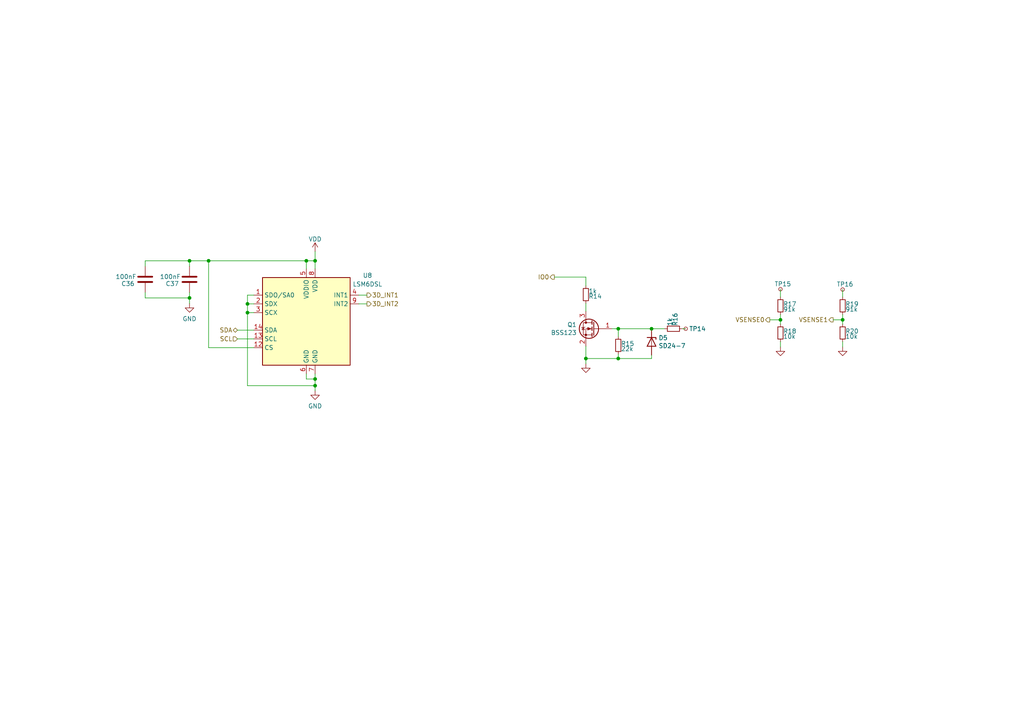
<source format=kicad_sch>
(kicad_sch (version 20211123) (generator eeschema)
  (paper "A4")
  (lib_symbols
    (symbol "Connector:TestPoint_Small" (pin_numbers hide) (pin_names (offset 0.762) hide)
      (property "Reference" "TP" (at 0 3.81 0))
      (property "Value" "TestPoint_Small" (at 0 2.032 0))
      (symbol "TestPoint_Small_0_1"
        (circle (center 0 0) (radius 0.508))
      )
      (symbol "TestPoint_Small_1_1"
        (pin passive line (at 0 0 90) (length 0) (name "1") (number "1"))
      )
    )
    (symbol "Device:C" (pin_numbers hide) (pin_names (offset 0.254))
      (property "Reference" "C" (at 0.635 2.54 0))
      (property "Value" "C" (at 0.635 -2.54 0))
      (symbol "C_0_1"
        (polyline (pts (xy -2.032 -0.762) (xy 2.032 -0.762)) (stroke (width 0.508)))
        (polyline (pts (xy -2.032 0.762) (xy 2.032 0.762)) (stroke (width 0.508)))
      )
      (symbol "C_1_1"
        (pin passive line (at 0 3.81 270) (length 2.794) (name "~") (number "1"))
        (pin passive line (at 0 -3.81 90) (length 2.794) (name "~") (number "2"))
      )
    )
    (symbol "Device:D_Zener" (pin_numbers hide) (pin_names (offset 1.016) hide)
      (property "Reference" "D" (at 0 2.54 0))
      (property "Value" "D_Zener" (at 0 -2.54 0))
      (symbol "D_Zener_0_1"
        (polyline (pts (xy 1.27 0) (xy -1.27 0)))
        (polyline (pts (xy -1.27 -1.27) (xy -1.27 1.27) (xy -0.762 1.27)) (stroke (width 0.254)))
        (polyline (pts (xy 1.27 -1.27) (xy 1.27 1.27) (xy -1.27 0) (xy 1.27 -1.27)) (stroke (width 0.254)))
      )
      (symbol "D_Zener_1_1"
        (pin passive line (at -3.81 0 0) (length 2.54) (name "K") (number "1"))
        (pin passive line (at 3.81 0 180) (length 2.54) (name "A") (number "2"))
      )
    )
    (symbol "Device:R_Small" (pin_numbers hide) (pin_names (offset 0.254) hide)
      (property "Reference" "R" (at 0.762 0.508 0))
      (property "Value" "R_Small" (at 0.762 -1.016 0))
      (symbol "R_Small_0_1"
        (rectangle (start -0.762 1.778) (end 0.762 -1.778) (stroke (width 0.2032)))
      )
      (symbol "R_Small_1_1"
        (pin passive line (at 0 2.54 270) (length 0.762) (name "~") (number "1"))
        (pin passive line (at 0 -2.54 90) (length 0.762) (name "~") (number "2"))
      )
    )
    (symbol "GND_1" (power) (pin_names (offset 0))
      (property "Value" "GND_1" (at 0 -3.81 0))
      (symbol "GND_1_0_1"
        (polyline (pts (xy 0 0) (xy 0 -1.27) (xy 1.27 -1.27) (xy 0 -2.54) (xy -1.27 -1.27) (xy 0 -1.27)))
      )
      (symbol "GND_1_1_1"
        (pin power_in line (at 0 0 270) (length 0) hide (name "GND") (number "1"))
      )
    )
    (symbol "Sensor_Motion:LSM6DSL"
      (property "Reference" "U" (at -11.43 15.24 0))
      (property "Value" "LSM6DSL" (at -11.43 12.7 0))
      (symbol "LSM6DSL_0_1"
        (rectangle (start -12.7 12.7) (end 12.7 -12.7) (stroke (width 0.254)) (fill (type background)))
      )
      (symbol "LSM6DSL_1_1"
        (pin bidirectional line (at -15.24 7.62 0) (length 2.54) (name "SDO/SA0") (number "1"))
        (pin no_connect line (at 12.7 -5.08 180) (length 3.81) hide (name "NC") (number "10"))
        (pin no_connect line (at 12.7 -2.54 180) (length 3.81) hide (name "NC") (number "11"))
        (pin input line (at -15.24 -7.62 0) (length 2.54) (name "CS") (number "12"))
        (pin input line (at -15.24 -5.08 0) (length 2.54) (name "SCL") (number "13"))
        (pin bidirectional line (at -15.24 -2.54 0) (length 2.54) (name "SDA") (number "14"))
        (pin bidirectional line (at -15.24 5.08 0) (length 2.54) (name "SDX") (number "2"))
        (pin input line (at -15.24 2.54 0) (length 2.54) (name "SCX") (number "3"))
        (pin output line (at 15.24 7.62 180) (length 2.54) (name "INT1") (number "4"))
        (pin power_in line (at 0 15.24 270) (length 2.54) (name "VDDIO") (number "5"))
        (pin power_in line (at 0 -15.24 90) (length 2.54) (name "GND") (number "6"))
        (pin power_in line (at 2.54 -15.24 90) (length 2.54) (name "GND") (number "7"))
        (pin power_in line (at 2.54 15.24 270) (length 2.54) (name "VDD") (number "8"))
        (pin output line (at 15.24 5.08 180) (length 2.54) (name "INT2") (number "9"))
      )
    )
    (symbol "Transistor_FET:BSS123" (pin_names hide)
      (property "Reference" "Q" (at 5.08 1.905 0))
      (property "Value" "BSS123" (at 5.08 0 0))
      (symbol "BSS123_0_1"
        (polyline (pts (xy 0.254 0) (xy -2.54 0)))
        (polyline (pts (xy 0.254 1.905) (xy 0.254 -1.905)) (stroke (width 0.254)))
        (polyline (pts (xy 0.762 -1.27) (xy 0.762 -2.286)) (stroke (width 0.254)))
        (polyline (pts (xy 0.762 0.508) (xy 0.762 -0.508)) (stroke (width 0.254)))
        (polyline (pts (xy 0.762 2.286) (xy 0.762 1.27)) (stroke (width 0.254)))
        (polyline (pts (xy 2.54 2.54) (xy 2.54 1.778)))
        (polyline (pts (xy 2.54 -2.54) (xy 2.54 0) (xy 0.762 0)))
        (polyline (pts (xy 0.762 -1.778) (xy 3.302 -1.778) (xy 3.302 1.778) (xy 0.762 1.778)))
        (polyline (pts (xy 1.016 0) (xy 2.032 0.381) (xy 2.032 -0.381) (xy 1.016 0)) (fill (type outline)))
        (polyline (pts (xy 2.794 0.508) (xy 2.921 0.381) (xy 3.683 0.381) (xy 3.81 0.254)))
        (polyline (pts (xy 3.302 0.381) (xy 2.921 -0.254) (xy 3.683 -0.254) (xy 3.302 0.381)))
        (circle (center 1.651 0) (radius 2.794) (stroke (width 0.254)))
        (circle (center 2.54 -1.778) (radius 0.254) (fill (type outline)))
        (circle (center 2.54 1.778) (radius 0.254) (fill (type outline)))
      )
      (symbol "BSS123_1_1"
        (pin input line (at -5.08 0 0) (length 2.54) (name "G") (number "1"))
        (pin passive line (at 2.54 -5.08 90) (length 2.54) (name "S") (number "2"))
        (pin passive line (at 2.54 5.08 270) (length 2.54) (name "D") (number "3"))
      )
    )
    (symbol "power:GND" (power) (pin_names (offset 0))
      (property "Value" "GND" (at 0 -3.81 0))
      (symbol "GND_0_1"
        (polyline (pts (xy 0 0) (xy 0 -1.27) (xy 1.27 -1.27) (xy 0 -2.54) (xy -1.27 -1.27) (xy 0 -1.27)))
      )
      (symbol "GND_1_1"
        (pin power_in line (at 0 0 270) (length 0) hide (name "GND") (number "1"))
      )
    )
    (symbol "power:VDD" (power) (pin_names (offset 0))
      (property "Value" "VDD" (at 0 3.81 0))
      (symbol "VDD_0_1"
        (polyline (pts (xy -0.762 1.27) (xy 0 2.54)))
        (polyline (pts (xy 0 0) (xy 0 2.54)))
        (polyline (pts (xy 0 2.54) (xy 0.762 1.27)))
      )
      (symbol "VDD_1_1"
        (pin power_in line (at 0 0 90) (length 0) hide (name "VDD") (number "1"))
      )
    )
  )
  (junction (at 91.3892 109.9312))
  (junction (at 244.3988 92.7608))
  (junction (at 179.324 103.9876))
  (junction (at 60.5028 75.6412))
  (junction (at 226.3648 92.7608))
  (junction (at 188.976 95.3516))
  (junction (at 91.3892 111.8616))
  (junction (at 71.7804 90.678))
  (junction (at 169.926 103.9876))
  (junction (at 179.324 95.3516))
  (junction (at 71.7804 88.138))
  (junction (at 54.9656 75.6412))
  (junction (at 88.8492 75.6412))
  (junction (at 54.9656 86.4108))
  (junction (at 91.3892 75.6412))
  (wire (pts (xy 42.1132 86.4108) (xy 54.9656 86.4108)))
  (wire (pts (xy 169.926 90.2716) (xy 169.926 87.9856)))
  (wire (pts (xy 179.324 95.3516) (xy 188.976 95.3516)))
  (wire (pts (xy 54.9656 75.6412) (xy 54.9656 77.216)))
  (wire (pts (xy 198.882 95.3516) (xy 197.866 95.3516)))
  (wire (pts (xy 226.3648 92.7608) (xy 223.266 92.7608)))
  (wire (pts (xy 226.3648 83.8708) (xy 226.3648 86.1568)))
  (wire (pts (xy 88.8492 108.458) (xy 88.8492 109.9312)))
  (wire (pts (xy 179.324 97.6376) (xy 179.324 95.3516)))
  (wire (pts (xy 179.324 102.7176) (xy 179.324 103.9876)))
  (wire (pts (xy 244.3988 83.9724) (xy 244.3988 86.1568)))
  (wire (pts (xy 179.324 103.9876) (xy 169.926 103.9876)))
  (wire (pts (xy 226.3648 92.7608) (xy 226.3648 94.0308)))
  (wire (pts (xy 91.3892 108.458) (xy 91.3892 109.9312)))
  (wire (pts (xy 60.5028 75.6412) (xy 88.8492 75.6412)))
  (wire (pts (xy 169.926 105.5116) (xy 169.926 103.9876)))
  (wire (pts (xy 54.9656 86.4108) (xy 54.9656 88.0364)))
  (wire (pts (xy 188.976 95.3516) (xy 192.786 95.3516)))
  (wire (pts (xy 244.3988 91.2368) (xy 244.3988 92.7608)))
  (wire (pts (xy 88.8492 77.978) (xy 88.8492 75.6412)))
  (wire (pts (xy 91.3892 111.8616) (xy 91.3892 113.3348)))
  (wire (pts (xy 91.3892 109.9312) (xy 91.3892 111.8616)))
  (wire (pts (xy 188.976 102.9716) (xy 188.976 103.9876)))
  (wire (pts (xy 241.6556 92.7608) (xy 244.3988 92.7608)))
  (wire (pts (xy 244.3988 99.1108) (xy 244.3988 100.6348)))
  (wire (pts (xy 179.324 95.3516) (xy 177.546 95.3516)))
  (wire (pts (xy 160.782 80.3656) (xy 169.926 80.3656)))
  (wire (pts (xy 73.6092 100.838) (xy 60.5028 100.838)))
  (wire (pts (xy 71.7804 90.678) (xy 71.7804 111.8616)))
  (wire (pts (xy 71.7804 88.138) (xy 71.7804 90.678)))
  (wire (pts (xy 169.926 80.3656) (xy 169.926 82.9056)))
  (wire (pts (xy 54.9656 75.6412) (xy 42.1132 75.6412)))
  (wire (pts (xy 60.5028 100.838) (xy 60.5028 75.6412)))
  (wire (pts (xy 71.7804 90.678) (xy 73.6092 90.678)))
  (wire (pts (xy 73.6092 85.598) (xy 71.7804 85.598)))
  (wire (pts (xy 68.8848 95.758) (xy 73.6092 95.758)))
  (wire (pts (xy 244.3988 92.7608) (xy 244.3988 94.0308)))
  (wire (pts (xy 71.7804 85.598) (xy 71.7804 88.138)))
  (wire (pts (xy 91.3892 72.9488) (xy 91.3892 75.6412)))
  (wire (pts (xy 104.0892 88.138) (xy 106.426 88.138)))
  (wire (pts (xy 42.1132 84.836) (xy 42.1132 86.4108)))
  (wire (pts (xy 54.9656 75.6412) (xy 60.5028 75.6412)))
  (wire (pts (xy 226.3648 99.1108) (xy 226.3648 100.6348)))
  (wire (pts (xy 226.3648 91.2368) (xy 226.3648 92.7608)))
  (wire (pts (xy 88.8492 75.6412) (xy 91.3892 75.6412)))
  (wire (pts (xy 104.0892 85.598) (xy 106.426 85.598)))
  (wire (pts (xy 54.9656 84.836) (xy 54.9656 86.4108)))
  (wire (pts (xy 71.7804 88.138) (xy 73.6092 88.138)))
  (wire (pts (xy 169.926 103.9876) (xy 169.926 100.4316)))
  (wire (pts (xy 88.8492 109.9312) (xy 91.3892 109.9312)))
  (wire (pts (xy 71.7804 111.8616) (xy 91.3892 111.8616)))
  (wire (pts (xy 188.976 103.9876) (xy 179.324 103.9876)))
  (wire (pts (xy 91.3892 75.6412) (xy 91.3892 77.978)))
  (wire (pts (xy 42.1132 75.6412) (xy 42.1132 77.216)))
  (wire (pts (xy 68.8848 98.298) (xy 73.6092 98.298)))
  (hierarchical_label "IO0" (shape output) (at 160.782 80.3656 180))
  (hierarchical_label "3D_INT2" (shape output) (at 106.426 88.138 0))
  (hierarchical_label "VSENSE0" (shape output) (at 223.266 92.7608 180))
  (hierarchical_label "3D_INT1" (shape output) (at 106.426 85.598 0))
  (hierarchical_label "SDA" (shape bidirectional) (at 68.8848 95.758 180))
  (hierarchical_label "VSENSE1" (shape output) (at 241.6556 92.7608 180))
  (hierarchical_label "SCL" (shape input) (at 68.8848 98.298 180))
  (symbol (lib_id "power:GND") (at 226.3648 100.6348 0) (unit 1)
    (property "Reference" "#PWR0147" (effects hide))
    (property "Value" "GND" (effects hide))
  )
  (symbol (lib_id "Device:R_Small") (at 244.3988 96.5708 0) (unit 1)
    (property "Reference" "R20" (at 245.1608 96.0628 0) (effects (justify left)))
    (property "Value" "10k" (at 245.1608 97.5868 0) (effects (justify left)))
    (property "Footprint" "KiCad/Resistor_SMD.pretty:R_0402_1005Metric" (effects hide))
    (property "Characteristics" "5%" (effects hide))
  )
  (symbol (lib_id "Device:C") (at 54.9656 81.026 180) (unit 1)
    (property "Reference" "C37" (at 51.9176 82.296 0) (effects (justify left)))
    (property "Value" "100nF" (at 52.4256 80.264 0) (effects (justify left)))
    (property "Footprint" "KiCad/Capacitor_SMD.pretty:C_0402_1005Metric_Pad0.74x0.62mm_HandSolder" (effects hide))
    (property "Characteristics" "X7R 6V" (effects hide))
  )
  (symbol (lib_id "Device:D_Zener") (at 188.976 99.1616 270) (unit 1)
    (property "Reference" "D5" (at 190.9826 97.9932 90) (effects (justify left)))
    (property "Value" "SD24-7" (at 190.9826 100.3046 90) (effects (justify left)))
    (property "Footprint" "KiCad/Diode_SMD.pretty:D_SOD-323" (effects hide))
    (property "Description" "44V Clamp 8A (8/20µs) Ipp Tvs Diode Surface Mount SOD-323" (effects hide))
    (property "MFN" "Diodes Incorporated" (effects hide))
    (property "MPN" "SD24-7" (effects hide))
    (property "Vendor" "Digikey" (effects hide))
    (property "SKU" "31-SD24-7TR-ND" (effects hide))
    (property "Characteristics" "26 V clamp" (effects hide))
  )
  (symbol (lib_id "Device:R_Small") (at 179.324 100.1776 0) (unit 1)
    (property "Reference" "R15" (at 180.086 99.6696 0) (effects (justify left)))
    (property "Value" "22k" (at 180.086 101.1936 0) (effects (justify left)))
    (property "Footprint" "KiCad/Resistor_SMD.pretty:R_0402_1005Metric" (effects hide))
    (property "Characteristics" "5%" (effects hide))
  )
  (symbol (lib_id "Connector:TestPoint_Small") (at 244.3988 83.9724 0) (unit 1)
    (property "Reference" "TP16" (at 242.6462 82.4484 0) (effects (justify left)))
    (property "Value" "TestPoint" (effects hide))
    (property "Footprint" "KiCad/TestPoint.pretty:TestPoint_Pad_D2.0mm" (effects hide))
    (property "Config" "nofit" (effects hide))
  )
  (symbol (lib_id "power:GND") (at 244.3988 100.6348 0) (unit 1)
    (property "Reference" "#PWR0148" (effects hide))
    (property "Value" "GND" (effects hide))
  )
  (symbol (lib_id "power:VDD") (at 91.3892 72.9488 0) (unit 1)
    (property "Reference" "#PWR0143" (effects hide))
    (property "Value" "VDD" (at 91.3892 69.373 0))
  )
  (symbol (lib_name "GND_1") (lib_id "power:GND") (at 54.9656 88.0364 0) (unit 1)
    (property "Reference" "#PWR0144" (effects hide))
    (property "Value" "GND" (at 54.9656 92.4798 0))
  )
  (symbol (lib_id "Device:R_Small") (at 169.926 85.4456 0) (mirror x) (unit 1)
    (property "Reference" "R14" (at 170.688 85.9536 0) (effects (justify left)))
    (property "Value" "1k" (at 170.688 84.4296 0) (effects (justify left)))
    (property "Footprint" "KiCad/Resistor_SMD.pretty:R_0402_1005Metric" (effects hide))
    (property "Characteristics" "5%" (effects hide))
  )
  (symbol (lib_id "power:GND") (at 169.926 105.5116 0) (unit 1)
    (property "Reference" "#PWR0146" (effects hide))
    (property "Value" "GND" (effects hide))
  )
  (symbol (lib_id "Device:R_Small") (at 226.3648 88.6968 0) (unit 1)
    (property "Reference" "R17" (at 227.1268 88.1888 0) (effects (justify left)))
    (property "Value" "91k" (at 227.1268 89.7128 0) (effects (justify left)))
    (property "Footprint" "KiCad/Resistor_SMD.pretty:R_0402_1005Metric" (effects hide))
    (property "Characteristics" "5%" (effects hide))
  )
  (symbol (lib_id "Device:R_Small") (at 195.326 95.3516 270) (mirror x) (unit 1)
    (property "Reference" "R16" (at 195.834 94.5896 0) (effects (justify left)))
    (property "Value" "1k" (at 194.31 94.5896 0) (effects (justify left)))
    (property "Footprint" "KiCad/Resistor_SMD.pretty:R_0402_1005Metric" (effects hide))
    (property "Characteristics" "5%" (effects hide))
  )
  (symbol (lib_id "Connector:TestPoint_Small") (at 226.3648 83.8708 0) (unit 1)
    (property "Reference" "TP15" (at 224.6122 82.3722 0) (effects (justify left)))
    (property "Value" "TestPoint" (effects hide))
    (property "Footprint" "KiCad/TestPoint.pretty:TestPoint_Pad_D2.0mm" (effects hide))
    (property "Config" "nofit" (effects hide))
  )
  (symbol (lib_name "GND_1") (lib_id "power:GND") (at 91.3892 113.3348 0) (unit 1)
    (property "Reference" "#PWR0145" (effects hide))
    (property "Value" "GND" (at 91.3892 117.7782 0))
  )
  (symbol (lib_id "Device:C") (at 42.1132 81.026 180) (unit 1)
    (property "Reference" "C36" (at 39.0652 82.296 0) (effects (justify left)))
    (property "Value" "100nF" (at 39.5732 80.264 0) (effects (justify left)))
    (property "Footprint" "KiCad/Capacitor_SMD.pretty:C_0402_1005Metric_Pad0.74x0.62mm_HandSolder" (effects hide))
    (property "Characteristics" "X7R 6V" (effects hide))
  )
  (symbol (lib_id "Device:R_Small") (at 244.3988 88.6968 0) (unit 1)
    (property "Reference" "R19" (at 245.1608 88.1888 0) (effects (justify left)))
    (property "Value" "91k" (at 245.1608 89.7128 0) (effects (justify left)))
    (property "Footprint" "KiCad/Resistor_SMD.pretty:R_0402_1005Metric" (effects hide))
    (property "Characteristics" "5%" (effects hide))
  )
  (symbol (lib_id "Device:R_Small") (at 226.3648 96.5708 0) (unit 1)
    (property "Reference" "R18" (at 227.1268 96.0628 0) (effects (justify left)))
    (property "Value" "10k" (at 227.1268 97.5868 0) (effects (justify left)))
    (property "Footprint" "KiCad/Resistor_SMD.pretty:R_0402_1005Metric" (effects hide))
    (property "Characteristics" "5%" (effects hide))
  )
  (symbol (lib_id "Transistor_FET:BSS123") (at 172.466 95.3516 0) (mirror y) (unit 1)
    (property "Reference" "Q1" (at 167.2844 94.1832 0) (effects (justify left)))
    (property "Value" "BSS123" (at 167.2844 96.4946 0) (effects (justify left)))
    (property "Footprint" "KiCad/Package_TO_SOT_SMD.pretty:SOT-23" (effects hide))
    (property "Datasheet" "http://www.diodes.com/assets/Datasheets/ds30366.pdf" (effects hide))
    (property "MFN" "ON Semiconductor" (effects hide))
    (property "MPN" "BSS123LT1G" (effects hide))
    (property "SKU" "BSS123LT1GOSCT-ND" (effects hide))
    (property "Vendor" "Digikey" (effects hide))
    (property "Config" "\r" (effects hide))
  )
  (symbol (lib_id "Connector:TestPoint_Small") (at 198.882 95.3516 270) (unit 1)
    (property "Reference" "TP14" (at 199.8726 95.377 90) (effects (justify left)))
    (property "Value" "TestPoint" (effects hide))
    (property "Footprint" "KiCad/TestPoint.pretty:TestPoint_Pad_D2.0mm" (effects hide))
    (property "Config" "nofit" (effects hide))
  )
  (symbol (lib_id "Sensor_Motion:LSM6DSL") (at 88.8492 93.218 0) (unit 1)
    (property "Reference" "U8" (at 106.5937 79.8915 0))
    (property "Value" "LSM6DSL" (at 106.5937 82.4284 0))
    (property "Footprint" "KiCad/Package_LGA.pretty:LGA-14_3x2.5mm_P0.5mm_LayoutBorder3x4y" (effects hide))
    (property "Datasheet" "https://www.st.com/resource/en/datasheet/lsm6dsl.pdf" (effects hide))
    (property "Config" "dnf" (effects hide))
  )
)
</source>
